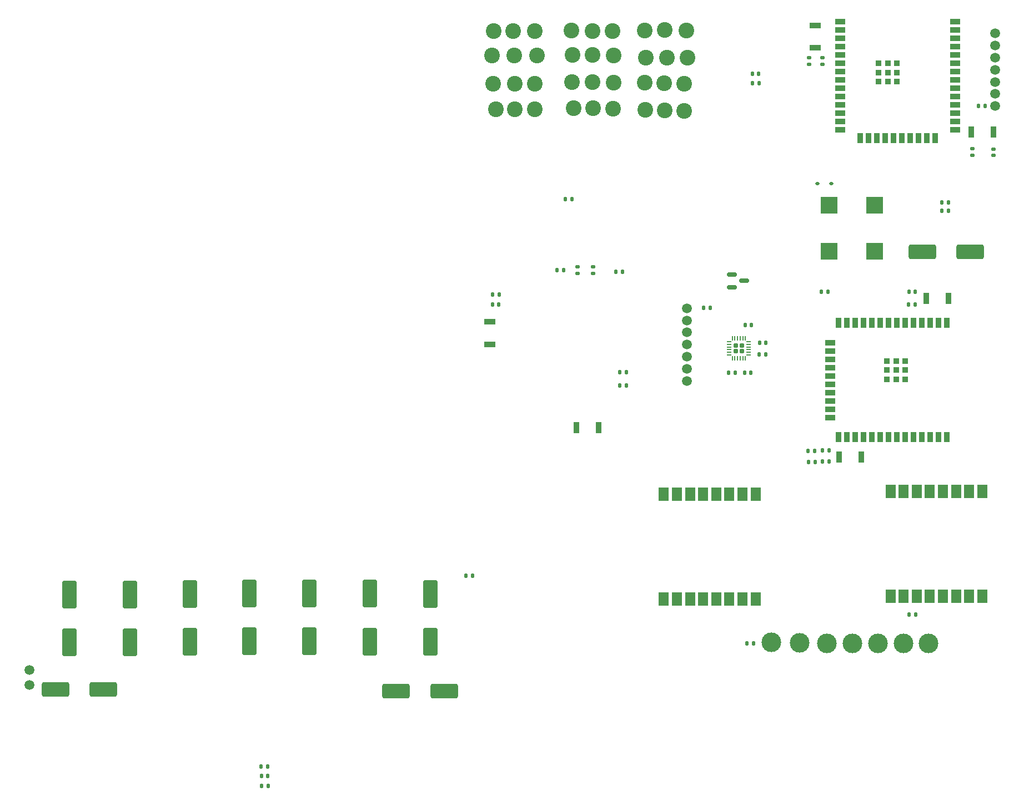
<source format=gbr>
%TF.GenerationSoftware,KiCad,Pcbnew,7.0.10*%
%TF.CreationDate,2024-12-13T01:24:43+05:30*%
%TF.ProjectId,remote_v2,72656d6f-7465-45f7-9632-2e6b69636164,rev?*%
%TF.SameCoordinates,Original*%
%TF.FileFunction,Paste,Top*%
%TF.FilePolarity,Positive*%
%FSLAX46Y46*%
G04 Gerber Fmt 4.6, Leading zero omitted, Abs format (unit mm)*
G04 Created by KiCad (PCBNEW 7.0.10) date 2024-12-13 01:24:43*
%MOMM*%
%LPD*%
G01*
G04 APERTURE LIST*
G04 Aperture macros list*
%AMRoundRect*
0 Rectangle with rounded corners*
0 $1 Rounding radius*
0 $2 $3 $4 $5 $6 $7 $8 $9 X,Y pos of 4 corners*
0 Add a 4 corners polygon primitive as box body*
4,1,4,$2,$3,$4,$5,$6,$7,$8,$9,$2,$3,0*
0 Add four circle primitives for the rounded corners*
1,1,$1+$1,$2,$3*
1,1,$1+$1,$4,$5*
1,1,$1+$1,$6,$7*
1,1,$1+$1,$8,$9*
0 Add four rect primitives between the rounded corners*
20,1,$1+$1,$2,$3,$4,$5,0*
20,1,$1+$1,$4,$5,$6,$7,0*
20,1,$1+$1,$6,$7,$8,$9,0*
20,1,$1+$1,$8,$9,$2,$3,0*%
%AMFreePoly0*
4,1,14,0.266715,0.088284,0.363284,-0.008285,0.375000,-0.036569,0.375000,-0.060000,0.363284,-0.088284,0.335000,-0.100000,-0.335000,-0.100000,-0.363284,-0.088284,-0.375000,-0.060000,-0.375000,0.060000,-0.363284,0.088284,-0.335000,0.100000,0.238431,0.100000,0.266715,0.088284,0.266715,0.088284,$1*%
%AMFreePoly1*
4,1,14,0.363284,0.088284,0.375000,0.060000,0.375000,0.036569,0.363284,0.008285,0.266715,-0.088284,0.238431,-0.100000,-0.335000,-0.100000,-0.363284,-0.088284,-0.375000,-0.060000,-0.375000,0.060000,-0.363284,0.088284,-0.335000,0.100000,0.335000,0.100000,0.363284,0.088284,0.363284,0.088284,$1*%
%AMFreePoly2*
4,1,14,0.088284,0.363284,0.100000,0.335000,0.100000,-0.335000,0.088284,-0.363284,0.060000,-0.375000,-0.060000,-0.375000,-0.088284,-0.363284,-0.100000,-0.335000,-0.100000,0.238431,-0.088284,0.266715,0.008285,0.363284,0.036569,0.375000,0.060000,0.375000,0.088284,0.363284,0.088284,0.363284,$1*%
%AMFreePoly3*
4,1,14,-0.008285,0.363284,0.088284,0.266715,0.100000,0.238431,0.100000,-0.335000,0.088284,-0.363284,0.060000,-0.375000,-0.060000,-0.375000,-0.088284,-0.363284,-0.100000,-0.335000,-0.100000,0.335000,-0.088284,0.363284,-0.060000,0.375000,-0.036569,0.375000,-0.008285,0.363284,-0.008285,0.363284,$1*%
%AMFreePoly4*
4,1,14,0.363284,0.088284,0.375000,0.060000,0.375000,-0.060000,0.363284,-0.088284,0.335000,-0.100000,-0.238431,-0.100000,-0.266715,-0.088284,-0.363284,0.008285,-0.375000,0.036569,-0.375000,0.060000,-0.363284,0.088284,-0.335000,0.100000,0.335000,0.100000,0.363284,0.088284,0.363284,0.088284,$1*%
%AMFreePoly5*
4,1,14,0.363284,0.088284,0.375000,0.060000,0.375000,-0.060000,0.363284,-0.088284,0.335000,-0.100000,-0.335000,-0.100000,-0.363284,-0.088284,-0.375000,-0.060000,-0.375000,-0.036569,-0.363284,-0.008285,-0.266715,0.088284,-0.238431,0.100000,0.335000,0.100000,0.363284,0.088284,0.363284,0.088284,$1*%
%AMFreePoly6*
4,1,14,0.088284,0.363284,0.100000,0.335000,0.100000,-0.238431,0.088284,-0.266715,-0.008285,-0.363284,-0.036569,-0.375000,-0.060000,-0.375000,-0.088284,-0.363284,-0.100000,-0.335000,-0.100000,0.335000,-0.088284,0.363284,-0.060000,0.375000,0.060000,0.375000,0.088284,0.363284,0.088284,0.363284,$1*%
%AMFreePoly7*
4,1,14,0.088284,0.363284,0.100000,0.335000,0.100000,-0.335000,0.088284,-0.363284,0.060000,-0.375000,0.036569,-0.375000,0.008285,-0.363284,-0.088284,-0.266715,-0.100000,-0.238431,-0.100000,0.335000,-0.088284,0.363284,-0.060000,0.375000,0.060000,0.375000,0.088284,0.363284,0.088284,0.363284,$1*%
G04 Aperture macros list end*
%ADD10RoundRect,0.275000X-0.825000X1.825000X-0.825000X-1.825000X0.825000X-1.825000X0.825000X1.825000X0*%
%ADD11RoundRect,0.135000X0.135000X0.185000X-0.135000X0.185000X-0.135000X-0.185000X0.135000X-0.185000X0*%
%ADD12RoundRect,0.135000X-0.135000X-0.185000X0.135000X-0.185000X0.135000X0.185000X-0.135000X0.185000X0*%
%ADD13RoundRect,0.140000X0.140000X0.170000X-0.140000X0.170000X-0.140000X-0.170000X0.140000X-0.170000X0*%
%ADD14C,1.500000*%
%ADD15RoundRect,0.147500X0.147500X0.172500X-0.147500X0.172500X-0.147500X-0.172500X0.147500X-0.172500X0*%
%ADD16R,1.500000X2.000000*%
%ADD17C,2.400000*%
%ADD18RoundRect,0.140000X0.170000X-0.140000X0.170000X0.140000X-0.170000X0.140000X-0.170000X-0.140000X0*%
%ADD19RoundRect,0.135000X-0.185000X0.135000X-0.185000X-0.135000X0.185000X-0.135000X0.185000X0.135000X0*%
%ADD20RoundRect,0.140000X-0.140000X-0.170000X0.140000X-0.170000X0.140000X0.170000X-0.140000X0.170000X0*%
%ADD21R,0.900000X1.700000*%
%ADD22RoundRect,0.275000X1.825000X0.825000X-1.825000X0.825000X-1.825000X-0.825000X1.825000X-0.825000X0*%
%ADD23RoundRect,0.275000X-1.825000X-0.825000X1.825000X-0.825000X1.825000X0.825000X-1.825000X0.825000X0*%
%ADD24R,0.900000X1.500000*%
%ADD25R,1.500000X0.900000*%
%ADD26R,0.900000X0.900000*%
%ADD27RoundRect,0.112500X-0.187500X-0.112500X0.187500X-0.112500X0.187500X0.112500X-0.187500X0.112500X0*%
%ADD28RoundRect,0.160000X-0.195000X-0.160000X0.195000X-0.160000X0.195000X0.160000X-0.195000X0.160000X0*%
%ADD29FreePoly0,0.000000*%
%ADD30RoundRect,0.050000X-0.325000X-0.050000X0.325000X-0.050000X0.325000X0.050000X-0.325000X0.050000X0*%
%ADD31FreePoly1,0.000000*%
%ADD32FreePoly2,0.000000*%
%ADD33RoundRect,0.050000X-0.050000X-0.325000X0.050000X-0.325000X0.050000X0.325000X-0.050000X0.325000X0*%
%ADD34FreePoly3,0.000000*%
%ADD35FreePoly4,0.000000*%
%ADD36FreePoly5,0.000000*%
%ADD37FreePoly6,0.000000*%
%ADD38FreePoly7,0.000000*%
%ADD39RoundRect,0.147500X-0.147500X-0.172500X0.147500X-0.172500X0.147500X0.172500X-0.147500X0.172500X0*%
%ADD40C,3.000000*%
%ADD41R,1.700000X0.900000*%
%ADD42R,2.500000X2.500000*%
%ADD43RoundRect,0.150000X-0.587500X-0.150000X0.587500X-0.150000X0.587500X0.150000X-0.587500X0.150000X0*%
G04 APERTURE END LIST*
D10*
%TO.C,C54*%
X83420000Y-128610000D03*
X83420000Y-135910000D03*
%TD*%
D11*
%TO.C,R51*%
X194020000Y-84432500D03*
X193000000Y-84432500D03*
%TD*%
D12*
%TO.C,R33*%
X148380000Y-79440000D03*
X149400000Y-79440000D03*
%TD*%
D13*
%TO.C,C94*%
X130560000Y-84420000D03*
X129600000Y-84420000D03*
%TD*%
D14*
%TO.C,J24*%
X58960000Y-140250000D03*
X58960000Y-142500000D03*
%TD*%
D13*
%TO.C,C30*%
X178660000Y-106757500D03*
X177700000Y-106757500D03*
%TD*%
D12*
%TO.C,R48*%
X129550000Y-82895000D03*
X130570000Y-82895000D03*
%TD*%
%TO.C,R3*%
X125540000Y-125850000D03*
X126560000Y-125850000D03*
%TD*%
D11*
%TO.C,R91*%
X166590000Y-94810000D03*
X165570000Y-94810000D03*
%TD*%
D15*
%TO.C,D14*%
X199095000Y-70150000D03*
X198125000Y-70150000D03*
%TD*%
D16*
%TO.C,U11*%
X155690000Y-129420000D03*
X157690000Y-129420000D03*
X159690000Y-129420000D03*
X161690000Y-129420000D03*
X163690000Y-129420000D03*
X165690000Y-129420000D03*
X167690000Y-129420000D03*
X169690000Y-129420000D03*
X169690000Y-113420000D03*
X167690000Y-113420000D03*
X165690000Y-113420000D03*
X163690000Y-113420000D03*
X161690000Y-113420000D03*
X159690000Y-113420000D03*
X157690000Y-113420000D03*
X155690000Y-113420000D03*
%TD*%
D17*
%TO.C,J28*%
X152760000Y-42590000D03*
X155860000Y-42540000D03*
X159110000Y-42640000D03*
%TD*%
%TO.C,J12*%
X141660000Y-50470000D03*
X144810000Y-50470000D03*
X148010000Y-50570000D03*
%TD*%
D11*
%TO.C,R96*%
X180895000Y-108432500D03*
X179875000Y-108432500D03*
%TD*%
D12*
%TO.C,R94*%
X198080000Y-68830000D03*
X199100000Y-68830000D03*
%TD*%
D10*
%TO.C,C24*%
X65080000Y-128680000D03*
X65080000Y-135980000D03*
%TD*%
%TO.C,C59*%
X110840000Y-128590000D03*
X110840000Y-135890000D03*
%TD*%
D18*
%TO.C,C91*%
X205985000Y-61675000D03*
X205985000Y-60715000D03*
%TD*%
D19*
%TO.C,R55*%
X144920000Y-78690000D03*
X144920000Y-79710000D03*
%TD*%
D20*
%TO.C,C95*%
X193080000Y-82457500D03*
X194040000Y-82457500D03*
%TD*%
%TO.C,C53*%
X167990000Y-94830000D03*
X168950000Y-94830000D03*
%TD*%
D12*
%TO.C,R7*%
X94320000Y-154960000D03*
X95340000Y-154960000D03*
%TD*%
D20*
%TO.C,C51*%
X168100000Y-87550000D03*
X169060000Y-87550000D03*
%TD*%
D21*
%TO.C,SW6*%
X185810000Y-107707500D03*
X182410000Y-107707500D03*
%TD*%
D12*
%TO.C,R8*%
X203700000Y-54095000D03*
X204720000Y-54095000D03*
%TD*%
D22*
%TO.C,C71*%
X70260000Y-143200000D03*
X62960000Y-143200000D03*
%TD*%
D11*
%TO.C,R53*%
X194135000Y-131732500D03*
X193115000Y-131732500D03*
%TD*%
D21*
%TO.C,SW2*%
X202535000Y-58070000D03*
X205935000Y-58070000D03*
%TD*%
D17*
%TO.C,J10*%
X129710000Y-50720000D03*
X132960000Y-50720000D03*
X136060000Y-50720000D03*
%TD*%
D23*
%TO.C,C61*%
X114890000Y-143460000D03*
X122190000Y-143460000D03*
%TD*%
D12*
%TO.C,R1*%
X168340000Y-136182500D03*
X169360000Y-136182500D03*
%TD*%
%TO.C,R38*%
X148970000Y-96790000D03*
X149990000Y-96790000D03*
%TD*%
D24*
%TO.C,U24*%
X198840000Y-87207500D03*
X197570000Y-87207500D03*
X196300000Y-87207500D03*
X195030000Y-87207500D03*
X193760000Y-87207500D03*
X192490000Y-87207500D03*
X191220000Y-87207500D03*
X189950000Y-87207500D03*
X188680000Y-87207500D03*
X187410000Y-87207500D03*
X186140000Y-87207500D03*
X184870000Y-87207500D03*
X183600000Y-87207500D03*
X182330000Y-87207500D03*
D25*
X181080000Y-90247500D03*
X181080000Y-91517500D03*
X181080000Y-92787500D03*
X181080000Y-94057500D03*
X181080000Y-95327500D03*
X181080000Y-96597500D03*
X181080000Y-97867500D03*
X181080000Y-99137500D03*
X181080000Y-100407500D03*
X181080000Y-101677500D03*
D24*
X182330000Y-104707500D03*
X183600000Y-104707500D03*
X184870000Y-104707500D03*
X186140000Y-104707500D03*
X187410000Y-104707500D03*
X188680000Y-104707500D03*
X189950000Y-104707500D03*
X191220000Y-104707500D03*
X192490000Y-104707500D03*
X193760000Y-104707500D03*
X195030000Y-104707500D03*
X196300000Y-104707500D03*
X197570000Y-104707500D03*
X198840000Y-104707500D03*
D26*
X192520000Y-93057500D03*
X191120000Y-93057500D03*
X189720000Y-93057500D03*
X192520000Y-94457500D03*
X191120000Y-94457500D03*
X189720000Y-94457500D03*
X192520000Y-95857500D03*
X191120000Y-95857500D03*
X189720000Y-95857500D03*
%TD*%
D19*
%TO.C,R26*%
X179885000Y-46775000D03*
X179885000Y-47795000D03*
%TD*%
D27*
%TO.C,D7*%
X179152500Y-66020000D03*
X181252500Y-66020000D03*
%TD*%
D17*
%TO.C,J30*%
X152770000Y-50610000D03*
X155770000Y-50660000D03*
X158820000Y-50710000D03*
%TD*%
D12*
%TO.C,R52*%
X177735000Y-108482500D03*
X178755000Y-108482500D03*
%TD*%
D14*
%TO.C,J32*%
X159250000Y-96110000D03*
X159250000Y-94260000D03*
X159250000Y-92410000D03*
X159250000Y-90560000D03*
X159250000Y-88710000D03*
X159250000Y-86860000D03*
X159250000Y-85010000D03*
%TD*%
D17*
%TO.C,J8*%
X141760000Y-46370000D03*
X144860000Y-46370000D03*
X148010000Y-46420000D03*
%TD*%
D10*
%TO.C,C48*%
X92540000Y-128570000D03*
X92540000Y-135870000D03*
%TD*%
D28*
%TO.C,U13*%
X166700000Y-90720000D03*
X166700000Y-91520000D03*
X167580000Y-90720000D03*
X167580000Y-91520000D03*
D29*
X165640000Y-90120000D03*
D30*
X165640000Y-90520000D03*
X165640000Y-90920000D03*
X165640000Y-91320000D03*
X165640000Y-91720000D03*
D31*
X165640000Y-92120000D03*
D32*
X166140000Y-92620000D03*
D33*
X166540000Y-92620000D03*
X166940000Y-92620000D03*
X167340000Y-92620000D03*
X167740000Y-92620000D03*
D34*
X168140000Y-92620000D03*
D35*
X168640000Y-92120000D03*
D30*
X168640000Y-91720000D03*
X168640000Y-91320000D03*
X168640000Y-90920000D03*
X168640000Y-90520000D03*
D36*
X168640000Y-90120000D03*
D37*
X168140000Y-89620000D03*
D33*
X167740000Y-89620000D03*
X167340000Y-89620000D03*
X166940000Y-89620000D03*
X166540000Y-89620000D03*
D38*
X166140000Y-89620000D03*
%TD*%
D20*
%TO.C,C97*%
X179905000Y-106707500D03*
X180865000Y-106707500D03*
%TD*%
D39*
%TO.C,D2*%
X94355000Y-156420000D03*
X95325000Y-156420000D03*
%TD*%
D21*
%TO.C,SW5*%
X199110000Y-83532500D03*
X195710000Y-83532500D03*
%TD*%
D40*
%TO.C,J33*%
X196035000Y-136132500D03*
X192235000Y-136132500D03*
X188335000Y-136132500D03*
X184485000Y-136132500D03*
X180535000Y-136182500D03*
X176385000Y-136082500D03*
X172135000Y-135982500D03*
%TD*%
D41*
%TO.C,SW1*%
X178810000Y-41870000D03*
X178810000Y-45270000D03*
%TD*%
D11*
%TO.C,R10*%
X162780000Y-84910000D03*
X161760000Y-84910000D03*
%TD*%
D41*
%TO.C,SW4*%
X129160000Y-90495000D03*
X129160000Y-87095000D03*
%TD*%
D19*
%TO.C,R28*%
X202760000Y-60645000D03*
X202760000Y-61665000D03*
%TD*%
D12*
%TO.C,R30*%
X139440000Y-79210000D03*
X140460000Y-79210000D03*
%TD*%
D17*
%TO.C,J29*%
X152950000Y-46780000D03*
X156150000Y-46780000D03*
X159300000Y-46780000D03*
%TD*%
D15*
%TO.C,D13*%
X170150000Y-49210000D03*
X169180000Y-49210000D03*
%TD*%
D19*
%TO.C,R56*%
X142550000Y-78680000D03*
X142550000Y-79700000D03*
%TD*%
D10*
%TO.C,C35*%
X74300000Y-128680000D03*
X74300000Y-135980000D03*
%TD*%
D25*
%TO.C,U22*%
X182610000Y-41285000D03*
X182610000Y-42555000D03*
X182610000Y-43825000D03*
X182610000Y-45095000D03*
X182610000Y-46365000D03*
X182610000Y-47635000D03*
X182610000Y-48905000D03*
X182610000Y-50175000D03*
X182610000Y-51445000D03*
X182610000Y-52715000D03*
X182610000Y-53985000D03*
X182610000Y-55255000D03*
X182610000Y-56525000D03*
X182610000Y-57795000D03*
D24*
X185650000Y-59045000D03*
X186920000Y-59045000D03*
X188190000Y-59045000D03*
X189460000Y-59045000D03*
X190730000Y-59045000D03*
X192000000Y-59045000D03*
X193270000Y-59045000D03*
X194540000Y-59045000D03*
X195810000Y-59045000D03*
X197080000Y-59045000D03*
D25*
X200110000Y-57795000D03*
X200110000Y-56525000D03*
X200110000Y-55255000D03*
X200110000Y-53985000D03*
X200110000Y-52715000D03*
X200110000Y-51445000D03*
X200110000Y-50175000D03*
X200110000Y-48905000D03*
X200110000Y-47635000D03*
X200110000Y-46365000D03*
X200110000Y-45095000D03*
X200110000Y-43825000D03*
X200110000Y-42555000D03*
X200110000Y-41285000D03*
D26*
X188460000Y-47605000D03*
X188460000Y-49005000D03*
X188460000Y-50405000D03*
X189860000Y-47605000D03*
X189860000Y-49005000D03*
X189860000Y-50405000D03*
X191260000Y-47605000D03*
X191260000Y-49005000D03*
X191260000Y-50405000D03*
%TD*%
D10*
%TO.C,C56*%
X120070000Y-128630000D03*
X120070000Y-135930000D03*
%TD*%
D17*
%TO.C,J13*%
X141910000Y-54470000D03*
X144910000Y-54470000D03*
X147960000Y-54520000D03*
%TD*%
D14*
%TO.C,J6*%
X206185000Y-43045000D03*
X206185000Y-44895000D03*
X206185000Y-46745000D03*
X206185000Y-48595000D03*
X206185000Y-50445000D03*
X206185000Y-52295000D03*
X206185000Y-54145000D03*
%TD*%
D16*
%TO.C,U12*%
X190260000Y-128957500D03*
X192260000Y-128957500D03*
X194260000Y-128957500D03*
X196260000Y-128957500D03*
X198260000Y-128957500D03*
X200260000Y-128957500D03*
X202260000Y-128957500D03*
X204260000Y-128957500D03*
X204260000Y-112957500D03*
X202260000Y-112957500D03*
X200260000Y-112957500D03*
X198260000Y-112957500D03*
X196260000Y-112957500D03*
X194260000Y-112957500D03*
X192260000Y-112957500D03*
X190260000Y-112957500D03*
%TD*%
D11*
%TO.C,R73*%
X180710000Y-82460000D03*
X179690000Y-82460000D03*
%TD*%
D17*
%TO.C,J31*%
X152880000Y-54720000D03*
X155830000Y-54820000D03*
X158830000Y-54920000D03*
%TD*%
D20*
%TO.C,C52*%
X170300000Y-90270000D03*
X171260000Y-90270000D03*
%TD*%
D17*
%TO.C,J4*%
X129760000Y-42720000D03*
X132760000Y-42720000D03*
X136060000Y-42720000D03*
%TD*%
D42*
%TO.C,LS1*%
X187870000Y-76290000D03*
X187870000Y-69290000D03*
X180870000Y-76290000D03*
X180870000Y-69290000D03*
%TD*%
D11*
%TO.C,R92*%
X171280000Y-92050000D03*
X170260000Y-92050000D03*
%TD*%
D13*
%TO.C,C93*%
X149960000Y-94790000D03*
X149000000Y-94790000D03*
%TD*%
D23*
%TO.C,C60*%
X195110000Y-76430000D03*
X202410000Y-76430000D03*
%TD*%
D12*
%TO.C,R54*%
X140690000Y-68350000D03*
X141710000Y-68350000D03*
%TD*%
D17*
%TO.C,J7*%
X129485000Y-46420000D03*
X132885000Y-46420000D03*
X136385000Y-46420000D03*
%TD*%
D13*
%TO.C,C37*%
X95370000Y-157900000D03*
X94410000Y-157900000D03*
%TD*%
D10*
%TO.C,C47*%
X101660000Y-128560000D03*
X101660000Y-135860000D03*
%TD*%
D21*
%TO.C,SW3*%
X145760000Y-103195000D03*
X142360000Y-103195000D03*
%TD*%
D43*
%TO.C,Q4*%
X166095000Y-79880000D03*
X166095000Y-81780000D03*
X167970000Y-80830000D03*
%TD*%
D17*
%TO.C,J9*%
X141635000Y-42620000D03*
X144835000Y-42670000D03*
X147885000Y-42720000D03*
%TD*%
D11*
%TO.C,R93*%
X170215000Y-50650000D03*
X169195000Y-50650000D03*
%TD*%
D18*
%TO.C,C89*%
X177890000Y-47760000D03*
X177890000Y-46800000D03*
%TD*%
D17*
%TO.C,J11*%
X130060000Y-54595000D03*
X133010000Y-54595000D03*
X136010000Y-54595000D03*
%TD*%
M02*

</source>
